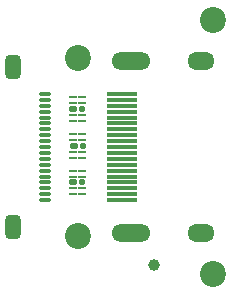
<source format=gbr>
%TF.GenerationSoftware,KiCad,Pcbnew,8.99.0-344-gfbc433deaa*%
%TF.CreationDate,2024-04-11T02:15:13-04:00*%
%TF.ProjectId,typeA,74797065-412e-46b6-9963-61645f706362,rev?*%
%TF.SameCoordinates,Original*%
%TF.FileFunction,Soldermask,Top*%
%TF.FilePolarity,Negative*%
%FSLAX46Y46*%
G04 Gerber Fmt 4.6, Leading zero omitted, Abs format (unit mm)*
G04 Created by KiCad (PCBNEW 8.99.0-344-gfbc433deaa) date 2024-04-11 02:15:13*
%MOMM*%
%LPD*%
G01*
G04 APERTURE LIST*
G04 Aperture macros list*
%AMRoundRect*
0 Rectangle with rounded corners*
0 $1 Rounding radius*
0 $2 $3 $4 $5 $6 $7 $8 $9 X,Y pos of 4 corners*
0 Add a 4 corners polygon primitive as box body*
4,1,4,$2,$3,$4,$5,$6,$7,$8,$9,$2,$3,0*
0 Add four circle primitives for the rounded corners*
1,1,$1+$1,$2,$3*
1,1,$1+$1,$4,$5*
1,1,$1+$1,$6,$7*
1,1,$1+$1,$8,$9*
0 Add four rect primitives between the rounded corners*
20,1,$1+$1,$2,$3,$4,$5,0*
20,1,$1+$1,$4,$5,$6,$7,0*
20,1,$1+$1,$6,$7,$8,$9,0*
20,1,$1+$1,$8,$9,$2,$3,0*%
G04 Aperture macros list end*
%ADD10RoundRect,0.075000X-1.225000X-0.075000X1.225000X-0.075000X1.225000X0.075000X-1.225000X0.075000X0*%
%ADD11O,3.300000X1.500000*%
%ADD12O,2.300000X1.500000*%
%ADD13C,2.200000*%
%ADD14RoundRect,0.325000X-0.325000X-0.675000X0.325000X-0.675000X0.325000X0.675000X-0.325000X0.675000X0*%
%ADD15RoundRect,0.075000X-0.425000X0.075000X-0.425000X-0.075000X0.425000X-0.075000X0.425000X0.075000X0*%
%ADD16RoundRect,0.062500X-0.250000X0.062500X-0.250000X-0.062500X0.250000X-0.062500X0.250000X0.062500X0*%
%ADD17RoundRect,0.112500X-0.175000X0.112500X-0.175000X-0.112500X0.175000X-0.112500X0.175000X0.112500X0*%
%ADD18RoundRect,0.112500X-0.237500X0.112500X-0.237500X-0.112500X0.237500X-0.112500X0.237500X0.112500X0*%
%ADD19C,1.000000*%
G04 APERTURE END LIST*
D10*
%TO.C,J1*%
X173995000Y-93500000D03*
X173995000Y-94000000D03*
X173995000Y-94500000D03*
X173995000Y-95000000D03*
X173995000Y-95500000D03*
X173995000Y-96000000D03*
X173995000Y-96500000D03*
X173995000Y-97000000D03*
X173995000Y-97500000D03*
X173995000Y-98000000D03*
X173995000Y-98500000D03*
X173995000Y-99000000D03*
X173995000Y-99500000D03*
X173995000Y-100000000D03*
X173995000Y-100500000D03*
X173995000Y-101000000D03*
X173995000Y-101500000D03*
X173995000Y-102000000D03*
X173995000Y-102500000D03*
D11*
X174755000Y-90750000D03*
X174755000Y-105250000D03*
D12*
X180715000Y-90750000D03*
X180715000Y-105250000D03*
%TD*%
D13*
%TO.C,REF\u002A\u002A*%
X181750000Y-108750000D03*
%TD*%
%TO.C,REF\u002A\u002A*%
X181750000Y-87250000D03*
%TD*%
%TO.C,REF\u002A\u002A*%
X170250000Y-90500000D03*
%TD*%
%TO.C,REF\u002A\u002A*%
X170250000Y-105500000D03*
%TD*%
D14*
%TO.C,J2*%
X164800000Y-104800000D03*
X164800000Y-91200000D03*
D15*
X167500000Y-102500000D03*
X167500000Y-102000000D03*
X167500000Y-101500000D03*
X167500000Y-101000000D03*
X167500000Y-100500000D03*
X167500000Y-100000000D03*
X167500000Y-99500000D03*
X167500000Y-99000000D03*
X167500000Y-98500000D03*
X167500000Y-98000000D03*
X167500000Y-97500000D03*
X167500000Y-97000000D03*
X167500000Y-96500000D03*
X167500000Y-96000000D03*
X167500000Y-95500000D03*
X167500000Y-95000000D03*
X167500000Y-94500000D03*
X167500000Y-94000000D03*
X167500000Y-93500000D03*
%TD*%
D16*
%TO.C,U1*%
X170637500Y-93800000D03*
X170637500Y-94300000D03*
D17*
X170662500Y-94800000D03*
D16*
X170637500Y-95300000D03*
X170637500Y-95800000D03*
X169862500Y-95800000D03*
X169862500Y-95300000D03*
D18*
X169900000Y-94800000D03*
D16*
X169862500Y-94300000D03*
X169862500Y-93800000D03*
%TD*%
%TO.C,U3*%
X170625000Y-100000000D03*
X170625000Y-100500000D03*
D17*
X170650000Y-101000000D03*
D16*
X170625000Y-101500000D03*
X170625000Y-102000000D03*
X169850000Y-102000000D03*
X169850000Y-101500000D03*
D18*
X169887500Y-101000000D03*
D16*
X169850000Y-100500000D03*
X169850000Y-100000000D03*
%TD*%
D19*
%TO.C,HPD1*%
X176750000Y-108000000D03*
%TD*%
D16*
%TO.C,U2*%
X169875000Y-96900000D03*
X169875000Y-97400000D03*
D18*
X169912500Y-97900000D03*
D16*
X169875000Y-98400000D03*
X169875000Y-98900000D03*
X170650000Y-98900000D03*
X170650000Y-98400000D03*
D17*
X170675000Y-97900000D03*
D16*
X170650000Y-97400000D03*
X170650000Y-96900000D03*
%TD*%
M02*

</source>
